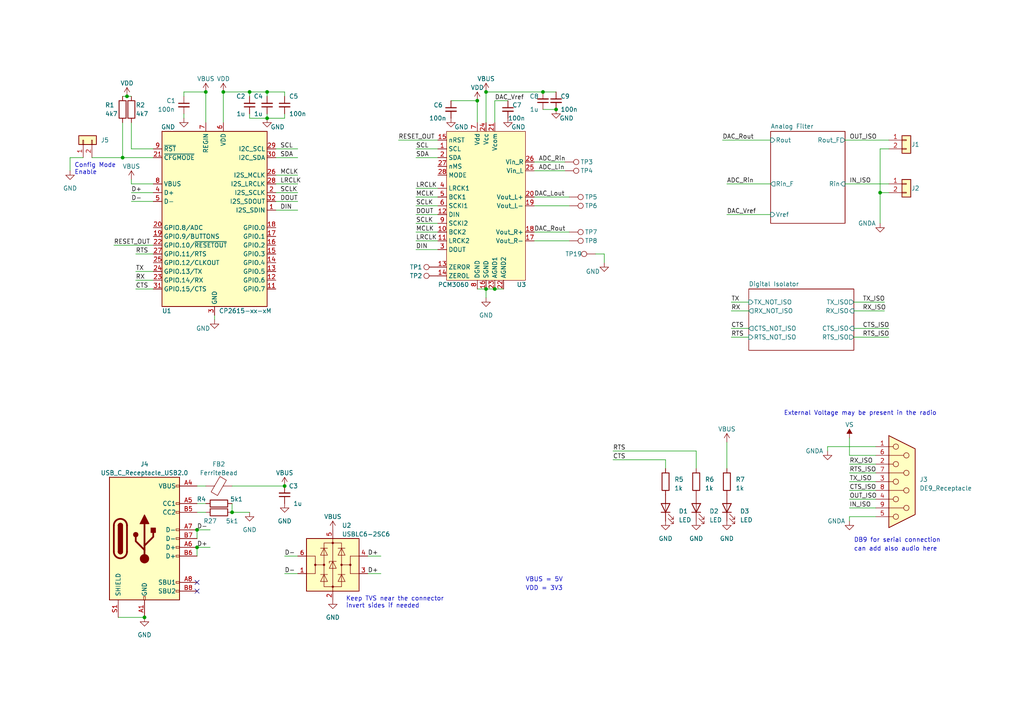
<source format=kicad_sch>
(kicad_sch (version 20230121) (generator eeschema)
  (paper "A4")
  (title_block (title "CAT_Interface") (date "2023-05-28") (rev "00") (company "ZX_Group") (comment 1 "made with <3 and KiCAD"))
  (lib_symbols
    (symbol "Connector:DE9_Receptacle" (pin_names (offset 1.016) hide)
      (property "Reference" "J" (at 0 13.97 0))
      (property "Value" "DE9_Receptacle" (at 0 -14.605 0))
      (symbol "DE9_Receptacle_0_1"
        (circle (center -1.778 -10.16) (radius 0.762))
        (circle (center -1.778 -5.08) (radius 0.762))
        (circle (center -1.778 0) (radius 0.762))
        (circle (center -1.778 5.08) (radius 0.762))
        (circle (center -1.778 10.16) (radius 0.762))
        (polyline (pts (xy -3.81 -10.16) (xy -2.54 -10.16)))
        (polyline (pts (xy -3.81 -7.62) (xy 0.508 -7.62)))
        (polyline (pts (xy -3.81 -5.08) (xy -2.54 -5.08)))
        (polyline (pts (xy -3.81 -2.54) (xy 0.508 -2.54)))
        (polyline (pts (xy -3.81 0) (xy -2.54 0)))
        (polyline (pts (xy -3.81 2.54) (xy 0.508 2.54)))
        (polyline (pts (xy -3.81 5.08) (xy -2.54 5.08)))
        (polyline (pts (xy -3.81 7.62) (xy 0.508 7.62)))
        (polyline (pts (xy -3.81 10.16) (xy -2.54 10.16)))
        (polyline (pts (xy -3.81 13.335) (xy -3.81 -13.335) (xy 3.81 -9.525) (xy 3.81 9.525) (xy -3.81 13.335)) (stroke (width 0.254)) (fill (type background)))
        (circle (center 1.27 -7.62) (radius 0.762))
        (circle (center 1.27 -2.54) (radius 0.762))
        (circle (center 1.27 2.54) (radius 0.762))
        (circle (center 1.27 7.62) (radius 0.762))
      )
      (symbol "DE9_Receptacle_1_1"
        (pin passive line (at -7.62 10.16 0) (length 3.81) (name "1") (number "1"))
        (pin passive line (at -7.62 5.08 0) (length 3.81) (name "2") (number "2"))
        (pin passive line (at -7.62 0 0) (length 3.81) (name "3") (number "3"))
        (pin passive line (at -7.62 -5.08 0) (length 3.81) (name "4") (number "4"))
        (pin passive line (at -7.62 -10.16 0) (length 3.81) (name "5") (number "5"))
        (pin passive line (at -7.62 7.62 0) (length 3.81) (name "6") (number "6"))
        (pin passive line (at -7.62 2.54 0) (length 3.81) (name "7") (number "7"))
        (pin passive line (at -7.62 -2.54 0) (length 3.81) (name "8") (number "8"))
        (pin passive line (at -7.62 -7.62 0) (length 3.81) (name "9") (number "9"))
      )
    )
    (symbol "Connector:TestPoint" (pin_numbers hide) (pin_names (offset 0.762) hide)
      (property "Reference" "TP" (at 0 6.858 0))
      (property "Value" "TestPoint" (at 0 5.08 0))
      (symbol "TestPoint_0_1"
        (circle (center 0 3.302) (radius 0.762))
      )
      (symbol "TestPoint_1_1"
        (pin passive line (at 0 0 90) (length 2.54) (name "1") (number "1"))
      )
    )
    (symbol "Connector:USB_C_Receptacle_USB2.0" (pin_names (offset 1.016))
      (property "Reference" "J" (at -10.16 19.05 0))
      (property "Value" "USB_C_Receptacle_USB2.0" (at 19.05 19.05 0))
      (symbol "USB_C_Receptacle_USB2.0_0_0"
        (rectangle (start -0.254 -17.78) (end 0.254 -16.764))
        (rectangle (start 10.16 -14.986) (end 9.144 -15.494))
        (rectangle (start 10.16 -12.446) (end 9.144 -12.954))
        (rectangle (start 10.16 -4.826) (end 9.144 -5.334))
        (rectangle (start 10.16 -2.286) (end 9.144 -2.794))
        (rectangle (start 10.16 0.254) (end 9.144 -0.254))
        (rectangle (start 10.16 2.794) (end 9.144 2.286))
        (rectangle (start 10.16 7.874) (end 9.144 7.366))
        (rectangle (start 10.16 10.414) (end 9.144 9.906))
        (rectangle (start 10.16 15.494) (end 9.144 14.986))
      )
      (symbol "USB_C_Receptacle_USB2.0_0_1"
        (rectangle (start -10.16 17.78) (end 10.16 -17.78) (stroke (width 0.254)) (fill (type background)))
        (arc (start -8.89 -3.81) (mid -6.985 -5.7067) (end -5.08 -3.81) (stroke (width 0.508)))
        (arc (start -7.62 -3.81) (mid -6.985 -4.4423) (end -6.35 -3.81) (stroke (width 0.254)))
        (arc (start -7.62 -3.81) (mid -6.985 -4.4423) (end -6.35 -3.81) (stroke (width 0.254)) (fill (type outline)))
        (rectangle (start -7.62 -3.81) (end -6.35 3.81) (stroke (width 0.254)) (fill (type outline)))
        (arc (start -6.35 3.81) (mid -6.985 4.4423) (end -7.62 3.81) (stroke (width 0.254)))
        (arc (start -6.35 3.81) (mid -6.985 4.4423) (end -7.62 3.81) (stroke (width 0.254)) (fill (type outline)))
        (arc (start -5.08 3.81) (mid -6.985 5.7067) (end -8.89 3.81) (stroke (width 0.508)))
        (circle (center -2.54 1.143) (radius 0.635) (stroke (width 0.254)) (fill (type outline)))
        (circle (center 0 -5.842) (radius 1.27) (fill (type outline)))
        (polyline (pts (xy -8.89 -3.81) (xy -8.89 3.81)) (stroke (width 0.508)))
        (polyline (pts (xy -5.08 3.81) (xy -5.08 -3.81)) (stroke (width 0.508)))
        (polyline (pts (xy 0 -5.842) (xy 0 4.318)) (stroke (width 0.508)))
        (polyline (pts (xy 0 -3.302) (xy -2.54 -0.762) (xy -2.54 0.508)) (stroke (width 0.508)))
        (polyline (pts (xy 0 -2.032) (xy 2.54 0.508) (xy 2.54 1.778)) (stroke (width 0.508)))
        (polyline (pts (xy -1.27 4.318) (xy 0 6.858) (xy 1.27 4.318) (xy -1.27 4.318)) (stroke (width 0.254)) (fill (type outline)))
        (rectangle (start 1.905 1.778) (end 3.175 3.048) (stroke (width 0.254)) (fill (type outline)))
      )
      (symbol "USB_C_Receptacle_USB2.0_1_1"
        (pin passive line (at 0 -22.86 90) (length 5.08) (name "GND") (number "A1"))
        (pin passive line (at 0 -22.86 90) (length 5.08) hide (name "GND") (number "A12"))
        (pin passive line (at 15.24 15.24 180) (length 5.08) (name "VBUS") (number "A4"))
        (pin bidirectional line (at 15.24 10.16 180) (length 5.08) (name "CC1") (number "A5"))
        (pin bidirectional line (at 15.24 -2.54 180) (length 5.08) (name "D+") (number "A6"))
        (pin bidirectional line (at 15.24 2.54 180) (length 5.08) (name "D-") (number "A7"))
        (pin bidirectional line (at 15.24 -12.7 180) (length 5.08) (name "SBU1") (number "A8"))
        (pin passive line (at 15.24 15.24 180) (length 5.08) hide (name "VBUS") (number "A9"))
        (pin passive line (at 0 -22.86 90) (length 5.08) hide (name "GND") (number "B1"))
        (pin passive line (at 0 -22.86 90) (length 5.08) hide (name "GND") (number "B12"))
        (pin passive line (at 15.24 15.24 180) (length 5.08) hide (name "VBUS") (number "B4"))
        (pin bidirectional line (at 15.24 7.62 180) (length 5.08) (name "CC2") (number "B5"))
        (pin bidirectional line (at 15.24 -5.08 180) (length 5.08) (name "D+") (number "B6"))
        (pin bidirectional line (at 15.24 0 180) (length 5.08) (name "D-") (number "B7"))
        (pin bidirectional line (at 15.24 -15.24 180) (length 5.08) (name "SBU2") (number "B8"))
        (pin passive line (at 15.24 15.24 180) (length 5.08) hide (name "VBUS") (number "B9"))
        (pin passive line (at -7.62 -22.86 90) (length 5.08) (name "SHIELD") (number "S1"))
      )
    )
    (symbol "Connector_Generic:Conn_01x02" (pin_names (offset 1.016) hide)
      (property "Reference" "J" (at 0 2.54 0))
      (property "Value" "Conn_01x02" (at 0 -5.08 0))
      (symbol "Conn_01x02_1_1"
        (rectangle (start -1.27 -2.413) (end 0 -2.667) (stroke (width 0.1524)))
        (rectangle (start -1.27 0.127) (end 0 -0.127) (stroke (width 0.1524)))
        (rectangle (start -1.27 1.27) (end 1.27 -3.81) (stroke (width 0.254)) (fill (type background)))
        (pin passive line (at -5.08 0 0) (length 3.81) (name "Pin_1") (number "1"))
        (pin passive line (at -5.08 -2.54 0) (length 3.81) (name "Pin_2") (number "2"))
      )
    )
    (symbol "Device:C_Small" (pin_numbers hide) (pin_names (offset 0.254) hide)
      (property "Reference" "C" (at 0.254 1.778 0))
      (property "Value" "C_Small" (at 0.254 -2.032 0))
      (symbol "C_Small_0_1"
        (polyline (pts (xy -1.524 -0.508) (xy 1.524 -0.508)) (stroke (width 0.3302)))
        (polyline (pts (xy -1.524 0.508) (xy 1.524 0.508)) (stroke (width 0.3048)))
      )
      (symbol "C_Small_1_1"
        (pin passive line (at 0 2.54 270) (length 2.032) (name "~") (number "1"))
        (pin passive line (at 0 -2.54 90) (length 2.032) (name "~") (number "2"))
      )
    )
    (symbol "Device:FerriteBead" (pin_numbers hide) (pin_names (offset 0))
      (property "Reference" "FB" (at -3.81 0.635 90))
      (property "Value" "FerriteBead" (at 3.81 0 90))
      (symbol "FerriteBead_0_1"
        (polyline (pts (xy 0 -1.27) (xy 0 -1.2192)))
        (polyline (pts (xy 0 1.27) (xy 0 1.2954)))
        (polyline (pts (xy -2.7686 0.4064) (xy -1.7018 2.2606) (xy 2.7686 -0.3048) (xy 1.6764 -2.159) (xy -2.7686 0.4064)))
      )
      (symbol "FerriteBead_1_1"
        (pin passive line (at 0 3.81 270) (length 2.54) (name "~") (number "1"))
        (pin passive line (at 0 -3.81 90) (length 2.54) (name "~") (number "2"))
      )
    )
    (symbol "Device:LED" (pin_numbers hide) (pin_names (offset 1.016) hide)
      (property "Reference" "D" (at 0 2.54 0))
      (property "Value" "LED" (at 0 -2.54 0))
      (symbol "LED_0_1"
        (polyline (pts (xy -1.27 -1.27) (xy -1.27 1.27)) (stroke (width 0.254)))
        (polyline (pts (xy -1.27 0) (xy 1.27 0)))
        (polyline (pts (xy 1.27 -1.27) (xy 1.27 1.27) (xy -1.27 0) (xy 1.27 -1.27)) (stroke (width 0.254)))
        (polyline (pts (xy -3.048 -0.762) (xy -4.572 -2.286) (xy -3.81 -2.286) (xy -4.572 -2.286) (xy -4.572 -1.524)))
        (polyline (pts (xy -1.778 -0.762) (xy -3.302 -2.286) (xy -2.54 -2.286) (xy -3.302 -2.286) (xy -3.302 -1.524)))
      )
      (symbol "LED_1_1"
        (pin passive line (at -3.81 0 0) (length 2.54) (name "K") (number "1"))
        (pin passive line (at 3.81 0 180) (length 2.54) (name "A") (number "2"))
      )
    )
    (symbol "Device:R" (pin_numbers hide) (pin_names (offset 0))
      (property "Reference" "R" (at 2.032 0 90))
      (property "Value" "R" (at 0 0 90))
      (symbol "R_0_1"
        (rectangle (start -1.016 -2.54) (end 1.016 2.54) (stroke (width 0.254)))
      )
      (symbol "R_1_1"
        (pin passive line (at 0 3.81 270) (length 1.27) (name "~") (number "1"))
        (pin passive line (at 0 -3.81 90) (length 1.27) (name "~") (number "2"))
      )
    )
    (symbol "InterCat:PCM3060"
      (property "Reference" "U?" (at 10.16 -22.86 0))
      (property "Value" "PCM3060" (at -10.16 -22.86 0))
      (symbol "PCM3060_0_1"
        (rectangle (start -11.43 21.59) (end 11.43 -21.59) (fill (type background)))
      )
      (symbol "PCM3060_1_1"
        (pin input line (at -13.97 16.51 0) (length 2.54) (name "SCL") (number "1"))
        (pin bidirectional line (at -13.97 -7.62 0) (length 2.54) (name "BCK2") (number "10"))
        (pin bidirectional line (at -13.97 -10.16 0) (length 2.54) (name "LRCK2") (number "11"))
        (pin input line (at -13.97 -2.54 0) (length 2.54) (name "DIN") (number "12"))
        (pin output line (at -13.97 -17.78 0) (length 2.54) (name "ZEROR") (number "13"))
        (pin output line (at -13.97 -20.32 0) (length 2.54) (name "ZEROL") (number "14"))
        (pin input line (at -13.97 19.05 0) (length 2.54) (name "nRST") (number "15"))
        (pin power_in line (at 0 -24.13 90) (length 2.54) (name "SGND") (number "16"))
        (pin output line (at 13.97 -10.16 180) (length 2.54) (name "Vout_R-") (number "17"))
        (pin output line (at 13.97 -7.62 180) (length 2.54) (name "Vout_R+") (number "18"))
        (pin output line (at 13.97 0 180) (length 2.54) (name "Vout_L-") (number "19"))
        (pin bidirectional line (at -13.97 13.97 0) (length 2.54) (name "SDA") (number "2"))
        (pin output line (at 13.97 2.54 180) (length 2.54) (name "Vout_L+") (number "20"))
        (pin input line (at 2.54 24.13 270) (length 2.54) (name "Vcom") (number "21"))
        (pin input line (at 5.08 -24.13 90) (length 2.54) (name "AGND2") (number "22"))
        (pin input line (at 2.54 -24.13 90) (length 2.54) (name "AGND1") (number "23"))
        (pin power_in line (at 0 24.13 270) (length 2.54) (name "Vcc") (number "24"))
        (pin input line (at 13.97 10.16 180) (length 2.54) (name "Vin_L") (number "25"))
        (pin input line (at 13.97 12.7 180) (length 2.54) (name "Vin_R") (number "26"))
        (pin input line (at -13.97 11.43 0) (length 2.54) (name "nMS") (number "27"))
        (pin input line (at -13.97 8.89 0) (length 2.54) (name "MODE") (number "28"))
        (pin output line (at -13.97 -12.7 0) (length 2.54) (name "DOUT") (number "3"))
        (pin bidirectional line (at -13.97 5.08 0) (length 2.54) (name "LRCK1") (number "4"))
        (pin bidirectional line (at -13.97 2.54 0) (length 2.54) (name "BCK1") (number "5"))
        (pin input line (at -13.97 0 0) (length 2.54) (name "SCKI1") (number "6"))
        (pin power_in line (at -2.54 24.13 270) (length 2.54) (name "Vdd") (number "7"))
        (pin power_in line (at -2.54 -24.13 90) (length 2.54) (name "DGND") (number "8"))
        (pin input line (at -13.97 -5.08 0) (length 2.54) (name "SCKI2") (number "9"))
      )
    )
    (symbol "Interface_USB:CP2615-xx-xM"
      (property "Reference" "U" (at -15.24 27.94 0))
      (property "Value" "CP2615-xx-xM" (at 2.54 -27.94 0))
      (symbol "CP2615-xx-xM_0_0"
        (pin input line (at 17.78 2.54 180) (length 2.54) (name "I2S_SDIN") (number "1"))
        (pin no_connect line (at -15.24 15.24 0) (length 2.54) hide (name "NC") (number "10"))
        (pin bidirectional line (at 17.78 -20.32 180) (length 2.54) (name "GPIO.7") (number "11"))
        (pin bidirectional line (at 17.78 -17.78 180) (length 2.54) (name "GPIO.6") (number "12"))
        (pin output line (at 17.78 7.62 180) (length 2.54) (name "I2S_SCLK") (number "2"))
        (pin input line (at -17.78 17.78 0) (length 2.54) (name "~{CFGMODE}") (number "21"))
        (pin bidirectional line (at -17.78 -7.62 0) (length 2.54) (name "GPIO.10/~{RESETOUT}") (number "22"))
        (pin bidirectional line (at -17.78 -17.78 0) (length 2.54) (name "GPIO.14/RX") (number "23"))
        (pin bidirectional line (at -17.78 -15.24 0) (length 2.54) (name "GPIO.13/TX") (number "24"))
        (pin bidirectional line (at -17.78 -12.7 0) (length 2.54) (name "GPIO.12/CLKOUT") (number "25"))
        (pin output line (at 17.78 12.7 180) (length 2.54) (name "I2S_MCLK") (number "26"))
        (pin bidirectional line (at -17.78 -10.16 0) (length 2.54) (name "GPIO.11/RTS") (number "27"))
        (pin output line (at 17.78 10.16 180) (length 2.54) (name "I2S_LRCLK") (number "28"))
        (pin bidirectional line (at 17.78 20.32 180) (length 2.54) (name "I2C_SCL") (number "29"))
        (pin power_in line (at 0 -27.94 90) (length 2.54) (name "GND") (number "3"))
        (pin bidirectional line (at 17.78 17.78 180) (length 2.54) (name "I2C_SDA") (number "30"))
        (pin bidirectional line (at -17.78 -20.32 0) (length 2.54) (name "GPIO.15/CTS") (number "31"))
        (pin output line (at 17.78 5.08 180) (length 2.54) (name "I2S_SDOUT") (number "32"))
        (pin bidirectional line (at -17.78 7.62 0) (length 2.54) (name "D+") (number "4"))
        (pin bidirectional line (at -17.78 5.08 0) (length 2.54) (name "D-") (number "5"))
        (pin power_in line (at 2.54 27.94 270) (length 2.54) (name "VDD") (number "6"))
        (pin power_in line (at -2.54 27.94 270) (length 2.54) (name "REGIN") (number "7"))
        (pin input line (at -17.78 10.16 0) (length 2.54) (name "VBUS") (number "8"))
        (pin bidirectional line (at -17.78 20.32 0) (length 2.54) (name "~{RST}") (number "9"))
      )
      (symbol "CP2615-xx-xM_0_1"
        (rectangle (start -15.24 -25.4) (end 15.24 25.4) (stroke (width 0.254)) (fill (type background)))
      )
      (symbol "CP2615-xx-xM_1_1"
        (pin bidirectional line (at 17.78 -15.24 180) (length 2.54) (name "GPIO.5") (number "13"))
        (pin bidirectional line (at 17.78 -12.7 180) (length 2.54) (name "GPIO.4") (number "14"))
        (pin bidirectional line (at 17.78 -10.16 180) (length 2.54) (name "GPIO.3") (number "15"))
        (pin bidirectional line (at 17.78 -7.62 180) (length 2.54) (name "GPIO.2") (number "16"))
        (pin bidirectional line (at 17.78 -5.08 180) (length 2.54) (name "GPIO.1") (number "17"))
        (pin bidirectional line (at 17.78 -2.54 180) (length 2.54) (name "GPIO.0") (number "18"))
        (pin bidirectional line (at -17.78 -5.08 0) (length 2.54) (name "GPIO.9/BUTTONS") (number "19"))
        (pin bidirectional line (at -17.78 -2.54 0) (length 2.54) (name "GPIO.8/ADC") (number "20"))
        (pin passive line (at 0 -27.94 90) (length 2.54) hide (name "GND") (number "33"))
      )
    )
    (symbol "Power_Protection:USBLC6-2SC6" (pin_names hide)
      (property "Reference" "U" (at 2.54 8.89 0))
      (property "Value" "USBLC6-2SC6" (at 2.54 -8.89 0))
      (symbol "USBLC6-2SC6_0_1"
        (rectangle (start -7.62 -7.62) (end 7.62 7.62) (stroke (width 0.254)) (fill (type background)))
        (circle (center -5.08 0) (radius 0.254) (fill (type outline)))
        (circle (center -2.54 0) (radius 0.254) (fill (type outline)))
        (rectangle (start -2.54 6.35) (end 2.54 -6.35))
        (circle (center 0 -6.35) (radius 0.254) (fill (type outline)))
        (polyline (pts (xy -5.08 -2.54) (xy -7.62 -2.54)))
        (polyline (pts (xy -5.08 0) (xy -5.08 -2.54)))
        (polyline (pts (xy -5.08 2.54) (xy -7.62 2.54)))
        (polyline (pts (xy -1.524 -2.794) (xy -3.556 -2.794)))
        (polyline (pts (xy -1.524 4.826) (xy -3.556 4.826)))
        (polyline (pts (xy 0 -7.62) (xy 0 -6.35)))
        (polyline (pts (xy 0 -6.35) (xy 0 1.27)))
        (polyline (pts (xy 0 1.27) (xy 0 6.35)))
        (polyline (pts (xy 0 6.35) (xy 0 7.62)))
        (polyline (pts (xy 1.524 -2.794) (xy 3.556 -2.794)))
        (polyline (pts (xy 1.524 4.826) (xy 3.556 4.826)))
        (polyline (pts (xy 5.08 -2.54) (xy 7.62 -2.54)))
        (polyline (pts (xy 5.08 0) (xy 5.08 -2.54)))
        (polyline (pts (xy 5.08 2.54) (xy 7.62 2.54)))
        (polyline (pts (xy -2.54 0) (xy -5.08 0) (xy -5.08 2.54)))
        (polyline (pts (xy 2.54 0) (xy 5.08 0) (xy 5.08 2.54)))
        (polyline (pts (xy -3.556 -4.826) (xy -1.524 -4.826) (xy -2.54 -2.794) (xy -3.556 -4.826)))
        (polyline (pts (xy -3.556 2.794) (xy -1.524 2.794) (xy -2.54 4.826) (xy -3.556 2.794)))
        (polyline (pts (xy -1.016 -1.016) (xy 1.016 -1.016) (xy 0 1.016) (xy -1.016 -1.016)))
        (polyline (pts (xy 1.016 1.016) (xy 0.762 1.016) (xy -1.016 1.016) (xy -1.016 0.508)))
        (polyline (pts (xy 3.556 -4.826) (xy 1.524 -4.826) (xy 2.54 -2.794) (xy 3.556 -4.826)))
        (polyline (pts (xy 3.556 2.794) (xy 1.524 2.794) (xy 2.54 4.826) (xy 3.556 2.794)))
        (circle (center 0 6.35) (radius 0.254) (fill (type outline)))
        (circle (center 2.54 0) (radius 0.254) (fill (type outline)))
        (circle (center 5.08 0) (radius 0.254) (fill (type outline)))
      )
      (symbol "USBLC6-2SC6_1_1"
        (pin passive line (at -10.16 -2.54 0) (length 2.54) (name "I/O1") (number "1"))
        (pin passive line (at 0 -10.16 90) (length 2.54) (name "GND") (number "2"))
        (pin passive line (at 10.16 -2.54 180) (length 2.54) (name "I/O2") (number "3"))
        (pin passive line (at 10.16 2.54 180) (length 2.54) (name "I/O2") (number "4"))
        (pin passive line (at 0 10.16 270) (length 2.54) (name "VBUS") (number "5"))
        (pin passive line (at -10.16 2.54 0) (length 2.54) (name "I/O1") (number "6"))
      )
    )
    (symbol "power:GND" (power) (pin_names (offset 0))
      (property "Value" "GND" (at 0 -3.81 0))
      (symbol "GND_0_1"
        (polyline (pts (xy 0 0) (xy 0 -1.27) (xy 1.27 -1.27) (xy 0 -2.54) (xy -1.27 -1.27) (xy 0 -1.27)))
      )
      (symbol "GND_1_1"
        (pin power_in line (at 0 0 270) (length 0) hide (name "GND") (number "1"))
      )
    )
    (symbol "power:GNDA" (power) (pin_names (offset 0))
      (property "Value" "GNDA" (at 0 -3.81 0))
      (symbol "GNDA_0_1"
        (polyline (pts (xy 0 0) (xy 0 -1.27) (xy 1.27 -1.27) (xy 0 -2.54) (xy -1.27 -1.27) (xy 0 -1.27)))
      )
      (symbol "GNDA_1_1"
        (pin power_in line (at 0 0 270) (length 0) hide (name "GNDA") (number "1"))
      )
    )
    (symbol "power:VBUS" (power) (pin_names (offset 0))
      (property "Value" "VBUS" (at 0 3.81 0))
      (symbol "VBUS_0_1"
        (polyline (pts (xy -0.762 1.27) (xy 0 2.54)))
        (polyline (pts (xy 0 0) (xy 0 2.54)))
        (polyline (pts (xy 0 2.54) (xy 0.762 1.27)))
      )
      (symbol "VBUS_1_1"
        (pin power_in line (at 0 0 90) (length 0) hide (name "VBUS") (number "1"))
      )
    )
    (symbol "power:VDD" (power) (pin_names (offset 0))
      (property "Value" "VDD" (at 0 3.81 0))
      (symbol "VDD_0_1"
        (polyline (pts (xy -0.762 1.27) (xy 0 2.54)))
        (polyline (pts (xy 0 0) (xy 0 2.54)))
        (polyline (pts (xy 0 2.54) (xy 0.762 1.27)))
      )
      (symbol "VDD_1_1"
        (pin power_in line (at 0 0 90) (length 0) hide (name "VDD") (number "1"))
      )
    )
    (symbol "power:VS" (power) (pin_names (offset 0))
      (property "Value" "VS" (at 0 3.81 0))
      (symbol "VS_0_1"
        (polyline (pts (xy 0 0) (xy 0 2.54)))
        (polyline (pts (xy 0.762 1.27) (xy -0.762 1.27) (xy 0 2.54) (xy 0.762 1.27)) (fill (type outline)))
      )
      (symbol "VS_1_1"
        (pin power_in line (at 0 0 90) (length 0) hide (name "VS") (number "1"))
      )
    )
  )
  (junction (at 140.97 83.82))
  (junction (at 64.77 26.67))
  (junction (at 82.55 140.97))
  (junction (at 255.27 55.88))
  (junction (at 140.97 26.67))
  (junction (at 41.91 179.07))
  (junction (at 161.29 31.75))
  (junction (at 36.83 27.94))
  (junction (at 57.15 158.75))
  (junction (at 35.56 45.72))
  (junction (at 77.47 34.29))
  (junction (at 138.43 29.21))
  (junction (at 72.39 26.67))
  (junction (at 59.69 26.67))
  (junction (at 143.51 83.82))
  (junction (at 77.47 26.67))
  (junction (at 157.48 26.67))
  (junction (at 57.15 153.67))
  (junction (at 67.31 148.59))
  (no_connect (at 57.15 171.45))
  (no_connect (at 57.15 168.91))
  (wire (pts (xy 212.09 95.25) (xy 217.17 95.25)))
  (wire (pts (xy 57.15 153.67) (xy 57.15 156.21)))
  (wire (pts (xy 26.67 45.72) (xy 35.56 45.72)))
  (wire (pts (xy 64.77 26.67) (xy 64.77 35.56)))
  (wire (pts (xy 154.94 49.53) (xy 163.83 49.53)))
  (wire (pts (xy 209.55 40.64) (xy 223.52 40.64)))
  (wire (pts (xy 120.65 43.18) (xy 127 43.18)))
  (wire (pts (xy 245.11 53.34) (xy 257.81 53.34)))
  (wire (pts (xy 210.82 62.23) (xy 223.52 62.23)))
  (wire (pts (xy 247.65 95.25) (xy 257.81 95.25)))
  (wire (pts (xy 77.47 33.02) (xy 77.47 34.29)))
  (wire (pts (xy 39.37 73.66) (xy 44.45 73.66)))
  (wire (pts (xy 53.34 26.67) (xy 59.69 26.67)))
  (wire (pts (xy 120.65 72.39) (xy 127 72.39)))
  (wire (pts (xy 35.56 35.56) (xy 35.56 45.72)))
  (wire (pts (xy 57.15 146.05) (xy 59.69 146.05)))
  (wire (pts (xy 246.38 147.32) (xy 254 147.32)))
  (wire (pts (xy 210.82 53.34) (xy 223.52 53.34)))
  (wire (pts (xy 247.65 90.17) (xy 256.54 90.17)))
  (wire (pts (xy 257.81 43.18) (xy 255.27 43.18)))
  (wire (pts (xy 59.69 26.67) (xy 59.69 35.56)))
  (wire (pts (xy 246.38 139.7) (xy 254 139.7)))
  (wire (pts (xy 120.65 57.15) (xy 127 57.15)))
  (wire (pts (xy 212.09 87.63) (xy 217.17 87.63)))
  (wire (pts (xy 82.55 166.37) (xy 86.36 166.37)))
  (wire (pts (xy 80.01 60.96) (xy 86.36 60.96)))
  (wire (pts (xy 80.01 50.8) (xy 86.36 50.8)))
  (wire (pts (xy 157.48 31.75) (xy 161.29 31.75)))
  (wire (pts (xy 82.55 161.29) (xy 86.36 161.29)))
  (wire (pts (xy 246.38 137.16) (xy 254 137.16)))
  (wire (pts (xy 44.45 43.18) (xy 38.1 43.18)))
  (wire (pts (xy 38.1 52.07) (xy 38.1 53.34)))
  (wire (pts (xy 246.38 134.62) (xy 254 134.62)))
  (wire (pts (xy 201.93 135.89) (xy 201.93 130.81)))
  (wire (pts (xy 38.1 55.88) (xy 44.45 55.88)))
  (wire (pts (xy 57.15 148.59) (xy 59.69 148.59)))
  (wire (pts (xy 154.94 59.69) (xy 165.1 59.69)))
  (wire (pts (xy 39.37 83.82) (xy 44.45 83.82)))
  (wire (pts (xy 247.65 87.63) (xy 256.54 87.63)))
  (wire (pts (xy 212.09 97.79) (xy 217.17 97.79)))
  (wire (pts (xy 246.38 127) (xy 246.38 132.08)))
  (wire (pts (xy 72.39 26.67) (xy 72.39 27.94)))
  (wire (pts (xy 140.97 26.67) (xy 157.48 26.67)))
  (wire (pts (xy 57.15 140.97) (xy 59.69 140.97)))
  (wire (pts (xy 157.48 26.67) (xy 161.29 26.67)))
  (wire (pts (xy 254 149.86) (xy 246.38 149.86)))
  (wire (pts (xy 72.39 26.67) (xy 77.47 26.67)))
  (wire (pts (xy 120.65 67.31) (xy 127 67.31)))
  (wire (pts (xy 130.81 29.21) (xy 138.43 29.21)))
  (wire (pts (xy 67.31 148.59) (xy 67.31 146.05)))
  (wire (pts (xy 193.04 135.89) (xy 193.04 133.35)))
  (wire (pts (xy 245.11 40.64) (xy 257.81 40.64)))
  (wire (pts (xy 33.02 71.12) (xy 44.45 71.12)))
  (wire (pts (xy 80.01 58.42) (xy 86.36 58.42)))
  (wire (pts (xy 57.15 158.75) (xy 57.15 161.29)))
  (wire (pts (xy 44.45 45.72) (xy 35.56 45.72)))
  (wire (pts (xy 82.55 34.29) (xy 82.55 33.02)))
  (wire (pts (xy 80.01 45.72) (xy 86.36 45.72)))
  (wire (pts (xy 240.03 129.54) (xy 240.03 130.81)))
  (wire (pts (xy 64.77 26.67) (xy 72.39 26.67)))
  (wire (pts (xy 82.55 34.29) (xy 77.47 34.29)))
  (wire (pts (xy 120.65 64.77) (xy 127 64.77)))
  (wire (pts (xy 62.23 92.71) (xy 62.23 91.44)))
  (wire (pts (xy 246.38 149.86) (xy 246.38 151.13)))
  (wire (pts (xy 177.8 133.35) (xy 193.04 133.35)))
  (wire (pts (xy 138.43 83.82) (xy 140.97 83.82)))
  (wire (pts (xy 38.1 43.18) (xy 38.1 35.56)))
  (wire (pts (xy 57.15 158.75) (xy 60.96 158.75)))
  (wire (pts (xy 246.38 144.78) (xy 254 144.78)))
  (wire (pts (xy 77.47 26.67) (xy 82.55 26.67)))
  (wire (pts (xy 138.43 29.21) (xy 138.43 35.56)))
  (wire (pts (xy 143.51 35.56) (xy 143.51 29.21)))
  (wire (pts (xy 120.65 45.72) (xy 127 45.72)))
  (wire (pts (xy 154.94 46.99) (xy 163.83 46.99)))
  (wire (pts (xy 154.94 69.85) (xy 165.1 69.85)))
  (wire (pts (xy 80.01 43.18) (xy 86.36 43.18)))
  (wire (pts (xy 72.39 33.02) (xy 72.39 34.29)))
  (wire (pts (xy 143.51 29.21) (xy 147.32 29.21)))
  (wire (pts (xy 140.97 26.67) (xy 140.97 35.56)))
  (wire (pts (xy 106.68 166.37) (xy 110.49 166.37)))
  (wire (pts (xy 39.37 78.74) (xy 44.45 78.74)))
  (wire (pts (xy 34.29 179.07) (xy 41.91 179.07)))
  (wire (pts (xy 255.27 43.18) (xy 255.27 55.88)))
  (wire (pts (xy 177.8 130.81) (xy 201.93 130.81)))
  (wire (pts (xy 120.65 59.69) (xy 127 59.69)))
  (wire (pts (xy 44.45 53.34) (xy 38.1 53.34)))
  (wire (pts (xy 154.94 57.15) (xy 165.1 57.15)))
  (wire (pts (xy 67.31 140.97) (xy 82.55 140.97)))
  (wire (pts (xy 246.38 132.08) (xy 254 132.08)))
  (wire (pts (xy 36.83 27.94) (xy 38.1 27.94)))
  (wire (pts (xy 247.65 97.79) (xy 257.81 97.79)))
  (wire (pts (xy 255.27 55.88) (xy 255.27 64.77)))
  (wire (pts (xy 53.34 26.67) (xy 53.34 27.94)))
  (wire (pts (xy 57.15 153.67) (xy 60.96 153.67)))
  (wire (pts (xy 115.57 40.64) (xy 127 40.64)))
  (wire (pts (xy 255.27 55.88) (xy 257.81 55.88)))
  (wire (pts (xy 154.94 67.31) (xy 165.1 67.31)))
  (wire (pts (xy 172.72 73.66) (xy 175.26 73.66)))
  (wire (pts (xy 38.1 58.42) (xy 44.45 58.42)))
  (wire (pts (xy 120.65 62.23) (xy 127 62.23)))
  (wire (pts (xy 67.31 148.59) (xy 72.39 148.59)))
  (wire (pts (xy 20.32 45.72) (xy 20.32 49.53)))
  (wire (pts (xy 120.65 69.85) (xy 127 69.85)))
  (wire (pts (xy 212.09 90.17) (xy 217.17 90.17)))
  (wire (pts (xy 143.51 83.82) (xy 146.05 83.82)))
  (wire (pts (xy 53.34 33.02) (xy 53.34 34.29)))
  (wire (pts (xy 39.37 81.28) (xy 44.45 81.28)))
  (wire (pts (xy 20.32 45.72) (xy 24.13 45.72)))
  (wire (pts (xy 140.97 83.82) (xy 140.97 86.36)))
  (wire (pts (xy 210.82 128.27) (xy 210.82 135.89)))
  (wire (pts (xy 77.47 34.29) (xy 72.39 34.29)))
  (wire (pts (xy 140.97 83.82) (xy 143.51 83.82)))
  (wire (pts (xy 77.47 27.94) (xy 77.47 26.67)))
  (wire (pts (xy 80.01 53.34) (xy 86.36 53.34)))
  (wire (pts (xy 120.65 54.61) (xy 127 54.61)))
  (wire (pts (xy 82.55 27.94) (xy 82.55 26.67)))
  (wire (pts (xy 35.56 27.94) (xy 36.83 27.94)))
  (wire (pts (xy 240.03 129.54) (xy 254 129.54)))
  (wire (pts (xy 80.01 55.88) (xy 86.36 55.88)))
  (wire (pts (xy 175.26 73.66) (xy 175.26 76.2)))
  (wire (pts (xy 246.38 142.24) (xy 254 142.24)))
  (wire (pts (xy 106.68 161.29) (xy 110.49 161.29)))
  (text "can add also audio here" (at 247.65 160.02 0) (effects (font (size 1.27 1.27)) (justify left bottom)))
  (text "External Voltage may be present in the radio\n" (at 227.33 120.65 0) (effects (font (size 1.27 1.27)) (justify left bottom)))
  (text "VBUS = 5V" (at 152.4 168.91 0) (effects (font (size 1.27 1.27)) (justify left bottom)))
  (text "DB9 for serial connection\n" (at 247.65 157.48 0) (effects (font (size 1.27 1.27)) (justify left bottom)))
  (text "Config Mode\nEnable" (at 21.59 50.8 0) (effects (font (size 1.27 1.27)) (justify left bottom)))
  (text "Keep TVS near the connector\ninvert sides if needed" (at 100.33 176.53 0) (effects (font (size 1.27 1.27)) (justify left bottom)))
  (text "VDD = 3V3" (at 152.4 171.45 0) (effects (font (size 1.27 1.27)) (justify left bottom)))
  (label "RTS" (at 39.37 73.66 0))
  (label "TX" (at 39.37 78.74 0))
  (label "MCLK" (at 120.65 57.15 0))
  (label "SCL" (at 120.65 43.18 0))
  (label "RESET_OUT" (at 115.57 40.64 0))
  (label "CTS_ISO" (at 246.38 142.24 0))
  (label "SCL" (at 81.28 43.18 0))
  (label "CTS_ISO" (at 250.19 95.25 0))
  (label "OUT_ISO" (at 246.38 144.78 0))
  (label "TX_ISO" (at 250.19 87.63 0))
  (label "TX_ISO" (at 246.38 139.7 0))
  (label "IN_ISO" (at 246.38 147.32 0))
  (label "DAC_Vref" (at 210.82 62.23 0))
  (label "DAC_Lout" (at 154.94 57.15 0))
  (label "RTS_ISO" (at 250.19 97.79 0))
  (label "DAC_Rout" (at 209.55 40.64 0))
  (label "DOUT" (at 81.28 58.42 0))
  (label "RTS" (at 212.09 97.79 0))
  (label "MCLK" (at 81.28 50.8 0))
  (label "D+" (at 57.15 158.75 0))
  (label "ADC_Rin" (at 210.82 53.34 0))
  (label "D+" (at 38.1 55.88 0))
  (label "D+" (at 106.68 161.29 0))
  (label "DAC_Vref" (at 143.51 29.21 0))
  (label "DAC_Rout" (at 154.94 67.31 0))
  (label "LRCLK" (at 81.28 53.34 0))
  (label "CTS" (at 177.8 133.35 0))
  (label "DIN" (at 81.28 60.96 0))
  (label "D-" (at 82.55 166.37 0))
  (label "SCLK" (at 120.65 64.77 0))
  (label "RTS" (at 177.8 130.81 0))
  (label "ADC_Lin" (at 156.21 49.53 0))
  (label "RX_ISO" (at 250.19 90.17 0))
  (label "SCLK" (at 120.65 59.69 0))
  (label "RTS_ISO" (at 246.38 137.16 0))
  (label "CTS" (at 39.37 83.82 0))
  (label "ADC_Rin" (at 156.21 46.99 0))
  (label "LRCLK" (at 120.65 54.61 0))
  (label "RX" (at 212.09 90.17 0))
  (label "TX" (at 212.09 87.63 0))
  (label "D-" (at 57.15 153.67 0))
  (label "RX_ISO" (at 246.38 134.62 0))
  (label "SDA" (at 81.28 45.72 0))
  (label "DOUT" (at 120.65 62.23 0))
  (label "D+" (at 106.68 166.37 0))
  (label "D-" (at 38.1 58.42 0))
  (label "SCLK" (at 81.28 55.88 0))
  (label "LRCLK" (at 120.65 69.85 0))
  (label "RX" (at 39.37 81.28 0))
  (label "DIN" (at 120.65 72.39 0))
  (label "OUT_ISO" (at 246.38 40.64 0))
  (label "D-" (at 82.55 161.29 0))
  (label "IN_ISO" (at 246.38 53.34 0))
  (label "CTS" (at 212.09 95.25 0))
  (label "RESET_OUT" (at 33.02 71.12 0))
  (label "MCLK" (at 120.65 67.31 0))
  (label "SDA" (at 120.65 45.72 0))
  (symbol (lib_id "Connector:TestPoint") (at 163.83 46.99 270) (unit 1)
    (property "Reference" "TP3" (at 170.18 46.99 90))
    (property "Value" "TestPoint" (effects hide))
    (property "Footprint" "TestPoint:TestPoint_Pad_D1.5mm" (effects hide))
    (property "Note" "NO BOM" (effects hide))
  )
  (symbol (lib_id "Power_Protection:USBLC6-2SC6") (at 96.52 163.83 0) (unit 1)
    (property "Reference" "U2" (at 99.1617 152.4 0) (effects (justify left)))
    (property "Value" "USBLC6-2SC6" (at 99.1617 154.94 0) (effects (justify left)))
    (property "Footprint" "Package_TO_SOT_SMD:SOT-23-6" (effects hide))
    (property "Datasheet" "https://www.st.com/resource/en/datasheet/usblc6-2.pdf" (effects hide))
    (property "LCSC" "C5261088" (effects hide))
  )
  (symbol (lib_id "Device:R") (at 63.5 146.05 90) (unit 1)
    (property "Reference" "R4" (at 58.42 144.78 90))
    (property "Value" "5k1" (at 68.58 144.78 90))
    (property "Footprint" "Resistor_SMD:R_0603_1608Metric" (effects hide))
    (property "LCSC" "C23186" (effects hide))
  )
  (symbol (lib_id "power:GND") (at 130.81 34.29 0) (unit 1)
    (property "Reference" "#PWR0107" (effects hide))
    (property "Value" "GND" (at 135.89 36.83 0) (effects (justify right)))
  )
  (symbol (lib_id "Device:R") (at 38.1 31.75 180) (unit 1)
    (property "Reference" "R2" (at 39.37 30.48 0) (effects (justify right)))
    (property "Value" "4k7" (at 39.37 33.02 0) (effects (justify right)))
    (property "Footprint" "Resistor_SMD:R_0603_1608Metric" (effects hide))
    (property "LCSC" "C23162" (effects hide))
  )
  (symbol (lib_id "Device:R") (at 193.04 139.7 0) (unit 1)
    (property "Reference" "R5" (at 195.58 139.065 0) (effects (justify left)))
    (property "Value" "1k" (at 195.58 141.605 0) (effects (justify left)))
    (property "Footprint" "Resistor_SMD:R_0603_1608Metric" (effects hide))
    (property "LCSC" "C21190" (effects hide))
  )
  (symbol (lib_id "Device:R") (at 63.5 148.59 90) (unit 1)
    (property "Reference" "R27" (at 60.96 151.13 90))
    (property "Value" "5k1" (at 67.31 151.13 90))
    (property "Footprint" "Resistor_SMD:R_0603_1608Metric" (effects hide))
    (property "LCSC" "C23186" (effects hide))
  )
  (symbol (lib_id "power:GND") (at 82.55 146.05 0) (unit 1)
    (property "Reference" "#PWR0101" (effects hide))
    (property "Value" "GND" (at 82.55 151.13 0))
  )
  (symbol (lib_id "Device:C_Small") (at 53.34 30.48 0) (unit 1)
    (property "Reference" "C1" (at 48.26 29.21 0) (effects (justify left)))
    (property "Value" "100n" (at 45.72 31.75 0) (effects (justify left)))
    (property "Footprint" "Capacitor_SMD:C_0603_1608Metric" (effects hide))
    (property "LCSC" "C14663" (effects hide))
    (property "Note" "X7R" (effects hide))
  )
  (symbol (lib_id "power:GND") (at 175.26 76.2 0) (unit 1)
    (property "Reference" "#PWR05" (effects hide))
    (property "Value" "GND" (at 173.99 78.74 0) (effects (justify right)))
  )
  (symbol (lib_id "power:GND") (at 193.04 151.13 0) (unit 1)
    (property "Reference" "#PWR0115" (effects hide))
    (property "Value" "GND" (at 193.04 156.21 0))
  )
  (symbol (lib_id "power:GND") (at 62.23 92.71 0) (unit 1)
    (property "Reference" "#PWR0109" (effects hide))
    (property "Value" "GND" (at 60.96 95.25 0) (effects (justify right)))
  )
  (symbol (lib_id "power:VBUS") (at 82.55 140.97 0) (unit 1)
    (property "Reference" "#PWR010" (effects hide))
    (property "Value" "VBUS" (at 82.55 137.16 0))
  )
  (symbol (lib_id "Connector:TestPoint") (at 165.1 59.69 270) (unit 1)
    (property "Reference" "TP6" (at 171.45 59.69 90))
    (property "Value" "TestPoint" (effects hide))
    (property "Footprint" "TestPoint:TestPoint_Pad_D1.5mm" (effects hide))
    (property "Note" "NO BOM" (effects hide))
  )
  (symbol (lib_id "Device:LED") (at 201.93 147.32 90) (unit 1)
    (property "Reference" "D2" (at 205.74 148.2725 90) (effects (justify right)))
    (property "Value" "LED" (at 205.74 150.8125 90) (effects (justify right)))
    (property "Footprint" "LED_SMD:LED_0603_1608Metric" (effects hide))
    (property "LCSC" "C2286" (effects hide))
    (property "Note" "Red" (effects hide))
  )
  (symbol (lib_id "power:GND") (at 72.39 148.59 0) (unit 1)
    (property "Reference" "#PWR0108" (effects hide))
    (property "Value" "GND" (at 72.39 153.67 0))
  )
  (symbol (lib_id "Device:C_Small") (at 82.55 143.51 180) (unit 1)
    (property "Reference" "C3" (at 85.09 140.97 0))
    (property "Value" "1u" (at 86.36 146.05 0))
    (property "Footprint" "Capacitor_SMD:C_0805_2012Metric" (effects hide))
    (property "LCSC" "C28323" (effects hide))
    (property "Note" "X7R" (effects hide))
  )
  (symbol (lib_id "Connector_Generic:Conn_01x02") (at 24.13 40.64 90) (unit 1)
    (property "Reference" "J5" (at 29.21 40.64 90) (effects (justify right)))
    (property "Value" "Conn_01x02" (effects hide))
    (property "Footprint" "Connector_PinHeader_2.54mm:PinHeader_1x02_P2.54mm_Vertical" (effects hide))
  )
  (symbol (lib_id "power:GND") (at 96.52 173.99 0) (unit 1)
    (property "Reference" "#PWR0103" (effects hide))
    (property "Value" "GND" (at 96.52 179.07 0))
  )
  (symbol (lib_id "power:VBUS") (at 38.1 52.07 0) (unit 1)
    (property "Reference" "#PWR04" (effects hide))
    (property "Value" "VBUS" (at 38.1 48.26 0))
  )
  (symbol (lib_id "Device:C_Small") (at 72.39 30.48 180) (unit 1)
    (property "Reference" "C2" (at 69.85 27.94 0))
    (property "Value" "1u" (at 69.85 33.02 0))
    (property "Footprint" "Capacitor_SMD:C_0805_2012Metric" (effects hide))
    (property "LCSC" "C28323" (effects hide))
    (property "Note" "X7R" (effects hide))
  )
  (symbol (lib_id "Connector:TestPoint") (at 165.1 57.15 270) (unit 1)
    (property "Reference" "TP5" (at 171.45 57.15 90))
    (property "Value" "TestPoint" (effects hide))
    (property "Footprint" "TestPoint:TestPoint_Pad_D1.5mm" (effects hide))
    (property "Note" "NO BOM" (effects hide))
  )
  (symbol (lib_id "power:VBUS") (at 59.69 26.67 0) (unit 1)
    (property "Reference" "#PWR06" (effects hide))
    (property "Value" "VBUS" (at 59.69 22.86 0))
  )
  (symbol (lib_id "Device:C_Small") (at 157.48 29.21 180) (unit 1)
    (property "Reference" "C8" (at 154.94 27.94 0))
    (property "Value" "1u" (at 154.94 31.75 0))
    (property "Footprint" "Capacitor_SMD:C_0805_2012Metric" (effects hide))
    (property "LCSC" "C28323" (effects hide))
    (property "Note" "X7R" (effects hide))
  )
  (symbol (lib_id "Connector_Generic:Conn_01x02") (at 262.89 53.34 0) (unit 1)
    (property "Reference" "J2" (at 266.7 54.61 0) (effects (justify right)))
    (property "Value" "Conn_01x02" (effects hide))
    (property "Footprint" "Connector_PinHeader_2.54mm:PinHeader_1x02_P2.54mm_Vertical" (effects hide))
  )
  (symbol (lib_id "Connector:TestPoint") (at 172.72 73.66 90) (unit 1)
    (property "Reference" "TP19" (at 166.37 73.66 90))
    (property "Value" "TestPoint" (effects hide))
    (property "Footprint" "TestPoint:TestPoint_Pad_D1.5mm" (effects hide))
    (property "Note" "NO BOM" (effects hide))
  )
  (symbol (lib_id "power:GNDA") (at 240.03 130.81 0) (unit 1)
    (property "Reference" "#PWR026" (effects hide))
    (property "Value" "AGND" (at 236.22 130.81 0))
  )
  (symbol (lib_id "Connector:USB_C_Receptacle_USB2.0") (at 41.91 156.21 0) (unit 1)
    (property "Reference" "J4" (at 41.91 134.62 0))
    (property "Value" "USB_C_Receptacle_USB2.0" (at 41.91 137.16 0))
    (property "Footprint" "Connector_USB:USB_C_Receptacle_GCT_USB4105-xx-A_16P_TopMnt_Horizontal" (effects hide))
    (property "Datasheet" "https://www.usb.org/sites/default/files/documents/usb_type-c.zip" (effects hide))
    (property "LCSC" "C2927038" (effects hide))
  )
  (symbol (lib_id "Device:C_Small") (at 130.81 31.75 0) (unit 1)
    (property "Reference" "C6" (at 125.73 30.48 0) (effects (justify left)))
    (property "Value" "100n" (at 124.46 34.29 0) (effects (justify left)))
    (property "Footprint" "Capacitor_SMD:C_0603_1608Metric" (effects hide))
    (property "LCSC" "C14663" (effects hide))
    (property "Note" "X7R" (effects hide))
  )
  (symbol (lib_id "power:VBUS") (at 96.52 153.67 0) (unit 1)
    (property "Reference" "#PWR013" (effects hide))
    (property "Value" "VBUS" (at 96.52 149.86 0))
  )
  (symbol (lib_id "Device:R") (at 210.82 139.7 0) (unit 1)
    (property "Reference" "R7" (at 213.36 139.065 0) (effects (justify left)))
    (property "Value" "1k" (at 213.36 141.605 0) (effects (justify left)))
    (property "Footprint" "Resistor_SMD:R_0603_1608Metric" (effects hide))
    (property "LCSC" "C21190" (effects hide))
  )
  (symbol (lib_id "Interface_USB:CP2615-xx-xM") (at 62.23 63.5 0) (unit 1)
    (property "Reference" "U1" (at 46.99 90.17 0) (effects (justify left)))
    (property "Value" "CP2615-xx-xM" (at 63.5 90.17 0) (effects (justify left)))
    (property "Footprint" "Package_DFN_QFN:QFN-32-1EP_5x5mm_P0.5mm_EP3.3x3.3mm" (effects hide))
    (property "Datasheet" "https://www.silabs.com/documents/public/data-sheets/cp2615-datasheet.pdf" (effects hide))
    (property "LCSC" "C1521596" (effects hide))
  )
  (symbol (lib_id "power:GND") (at 140.97 86.36 0) (unit 1)
    (property "Reference" "#PWR0102" (effects hide))
    (property "Value" "GND" (at 140.97 91.44 0))
  )
  (symbol (lib_id "power:GND") (at 53.34 34.29 0) (unit 1)
    (property "Reference" "#PWR0104" (effects hide))
    (property "Value" "GND" (at 50.8 36.83 0) (effects (justify right)))
  )
  (symbol (lib_id "power:GND") (at 147.32 34.29 0) (unit 1)
    (property "Reference" "#PWR0111" (effects hide))
    (property "Value" "GND" (at 152.4 36.83 0) (effects (justify right)))
  )
  (symbol (lib_id "power:VDD") (at 36.83 27.94 0) (unit 1)
    (property "Reference" "#PWR03" (effects hide))
    (property "Value" "VDD" (at 36.83 24.13 0))
  )
  (symbol (lib_id "power:VBUS") (at 140.97 26.67 0) (unit 1)
    (property "Reference" "#PWR017" (effects hide))
    (property "Value" "VBUS" (at 140.97 22.86 0))
  )
  (symbol (lib_id "power:GND") (at 77.47 34.29 0) (unit 1)
    (property "Reference" "#PWR0106" (effects hide))
    (property "Value" "GND" (at 82.55 36.83 0) (effects (justify right)))
  )
  (symbol (lib_id "Device:C_Small") (at 77.47 30.48 180) (unit 1)
    (property "Reference" "C4" (at 74.93 27.94 0))
    (property "Value" "1u" (at 74.93 33.02 0))
    (property "Footprint" "Capacitor_SMD:C_0805_2012Metric" (effects hide))
    (property "LCSC" "C28323" (effects hide))
    (property "Note" "X7R" (effects hide))
  )
  (symbol (lib_id "Connector:TestPoint") (at 163.83 49.53 270) (unit 1)
    (property "Reference" "TP4" (at 170.18 49.53 90))
    (property "Value" "TestPoint" (effects hide))
    (property "Footprint" "TestPoint:TestPoint_Pad_D1.5mm" (effects hide))
    (property "Note" "NO BOM" (effects hide))
  )
  (symbol (lib_id "power:GND") (at 20.32 49.53 0) (unit 1)
    (property "Reference" "#PWR0105" (effects hide))
    (property "Value" "GND" (at 20.32 54.61 0))
  )
  (symbol (lib_id "Connector:TestPoint") (at 165.1 67.31 270) (unit 1)
    (property "Reference" "TP7" (at 171.45 67.31 90))
    (property "Value" "TestPoint" (effects hide))
    (property "Footprint" "TestPoint:TestPoint_Pad_D1.5mm" (effects hide))
    (property "Note" "NO BOM" (effects hide))
  )
  (symbol (lib_id "power:VDD") (at 138.43 29.21 0) (unit 1)
    (property "Reference" "#PWR016" (effects hide))
    (property "Value" "VDD" (at 138.43 25.4 0))
  )
  (symbol (lib_id "Connector:TestPoint") (at 165.1 69.85 270) (unit 1)
    (property "Reference" "TP8" (at 171.45 69.85 90))
    (property "Value" "TestPoint" (effects hide))
    (property "Footprint" "TestPoint:TestPoint_Pad_D1.5mm" (effects hide))
    (property "Note" "NO BOM" (effects hide))
  )
  (symbol (lib_id "Connector:DE9_Receptacle") (at 261.62 139.7 0) (unit 1)
    (property "Reference" "J3" (at 266.7 139.065 0) (effects (justify left)))
    (property "Value" "DE9_Receptacle" (at 266.7 141.605 0) (effects (justify left)))
    (property "Footprint" "Connector_Dsub:DSUB-9_Female_Horizontal_P2.77x2.84mm_EdgePinOffset4.94mm_Housed_MountingHolesOffset7.48mm" (effects hide))
    (property "Datasheet" " ~" (effects hide))
  )
  (symbol (lib_id "InterCat:PCM3060") (at 140.97 59.69 0) (unit 1)
    (property "Reference" "U3" (at 149.86 82.55 0) (effects (justify left)))
    (property "Value" "PCM3060" (at 127 82.55 0) (effects (justify left)))
    (property "Footprint" "Package_SO:TSSOP-28_4.4x9.7mm_P0.65mm" (effects hide))
    (property "Datasheet" "https://www.ti.com/lit/gpn/pcm3060" (effects hide))
    (property "LCSC" "C524236" (effects hide))
  )
  (symbol (lib_id "power:VDD") (at 64.77 26.67 0) (unit 1)
    (property "Reference" "#PWR09" (effects hide))
    (property "Value" "VDD" (at 64.77 22.86 0))
  )
  (symbol (lib_id "power:VS") (at 246.38 127 0) (unit 1)
    (property "Reference" "#PWR025" (effects hide))
    (property "Value" "VS" (at 246.38 123.19 0))
  )
  (symbol (lib_id "Device:R") (at 201.93 139.7 0) (unit 1)
    (property "Reference" "R6" (at 204.47 139.065 0) (effects (justify left)))
    (property "Value" "1k" (at 204.47 141.605 0) (effects (justify left)))
    (property "Footprint" "Resistor_SMD:R_0603_1608Metric" (effects hide))
    (property "LCSC" "C21190" (effects hide))
  )
  (symbol (lib_id "Device:LED") (at 210.82 147.32 90) (unit 1)
    (property "Reference" "D3" (at 214.63 148.2725 90) (effects (justify right)))
    (property "Value" "LED" (at 214.63 150.8125 90) (effects (justify right)))
    (property "Footprint" "LED_SMD:LED_0603_1608Metric" (effects hide))
    (property "LCSC" "C2286" (effects hide))
    (property "Note" "Red" (effects hide))
  )
  (symbol (lib_id "Device:R") (at 35.56 31.75 180) (unit 1)
    (property "Reference" "R1" (at 30.48 30.48 0) (effects (justify right)))
    (property "Value" "4k7" (at 30.48 33.02 0) (effects (justify right)))
    (property "Footprint" "Resistor_SMD:R_0603_1608Metric" (effects hide))
    (property "LCSC" "C23162" (effects hide))
  )
  (symbol (lib_id "power:GNDA") (at 255.27 64.77 0) (unit 1)
    (property "Reference" "#PWR01" (effects hide))
    (property "Value" "AGND" (at 251.46 64.77 0))
  )
  (symbol (lib_id "power:VBUS") (at 210.82 128.27 0) (unit 1)
    (property "Reference" "#PWR02" (effects hide))
    (property "Value" "VBUS" (at 210.82 124.46 0))
  )
  (symbol (lib_id "power:GND") (at 161.29 31.75 0) (unit 1)
    (property "Reference" "#PWR0112" (effects hide))
    (property "Value" "GND" (at 166.37 34.29 0) (effects (justify right)))
  )
  (symbol (lib_id "Device:FerriteBead") (at 63.5 140.97 90) (unit 1)
    (property "Reference" "FB2" (at 63.4492 134.62 90))
    (property "Value" "FerriteBead" (at 63.4492 137.16 90))
    (property "Footprint" "Resistor_SMD:R_0603_1608Metric" (effects hide))
    (property "LCSC" "C1002" (effects hide))
    (property "Note" "600R@100MHz" (effects hide))
  )
  (symbol (lib_id "power:GNDA") (at 246.38 151.13 0) (unit 1)
    (property "Reference" "#PWR024" (effects hide))
    (property "Value" "AGND" (at 242.57 151.13 0))
  )
  (symbol (lib_id "Connector:TestPoint") (at 127 77.47 90) (unit 1)
    (property "Reference" "TP1" (at 120.65 77.47 90))
    (property "Value" "TestPoint" (effects hide))
    (property "Footprint" "TestPoint:TestPoint_Pad_D1.5mm" (effects hide))
    (property "Note" "NO BOM" (effects hide))
  )
  (symbol (lib_id "Device:C_Small") (at 161.29 29.21 0) (unit 1)
    (property "Reference" "C9" (at 162.56 27.94 0) (effects (justify left)))
    (property "Value" "100n" (at 162.56 31.75 0) (effects (justify left)))
    (property "Footprint" "Capacitor_SMD:C_0603_1608Metric" (effects hide))
    (property "LCSC" "C14663" (effects hide))
    (property "Note" "X7R" (effects hide))
  )
  (symbol (lib_id "Device:LED") (at 193.04 147.32 90) (unit 1)
    (property "Reference" "D1" (at 196.85 148.2725 90) (effects (justify right)))
    (property "Value" "LED" (at 196.85 150.8125 90) (effects (justify right)))
    (property "Footprint" "LED_SMD:LED_0603_1608Metric" (effects hide))
    (property "LCSC" "C2286" (effects hide))
    (property "Note" "Red" (effects hide))
  )
  (symbol (lib_id "Device:C_Small") (at 82.55 30.48 0) (unit 1)
    (property "Reference" "C5" (at 83.82 27.94 0) (effects (justify left)))
    (property "Value" "100n" (at 83.82 33.02 0) (effects (justify left)))
    (property "Footprint" "Capacitor_SMD:C_0603_1608Metric" (effects hide))
    (property "LCSC" "C14663" (effects hide))
    (property "Note" "X7R" (effects hide))
  )
  (symbol (lib_id "power:GND") (at 201.93 151.13 0) (unit 1)
    (property "Reference" "#PWR0114" (effects hide))
    (property "Value" "GND" (at 201.93 156.21 0))
  )
  (symbol (lib_id "power:GND") (at 210.82 151.13 0) (unit 1)
    (property "Reference" "#PWR0113" (effects hide))
    (property "Value" "GND" (at 210.82 156.21 0))
  )
  (symbol (lib_id "power:GND") (at 41.91 179.07 0) (unit 1)
    (property "Reference" "#PWR0110" (effects hide))
    (property "Value" "GND" (at 41.91 184.15 0))
  )
  (symbol (lib_id "Device:C_Small") (at 147.32 31.75 0) (unit 1)
    (property "Reference" "C7" (at 148.59 30.48 0) (effects (justify left)))
    (property "Value" "100n" (at 147.32 34.29 0) (effects (justify left)))
    (property "Footprint" "Capacitor_SMD:C_0603_1608Metric" (effects hide))
    (property "LCSC" "C14663" (effects hide))
    (property "Note" "X7R" (effects hide))
  )
  (symbol (lib_id "Connector_Generic:Conn_01x02") (at 262.89 40.64 0) (unit 1)
    (property "Reference" "J1" (at 266.7 41.91 0) (effects (justify right)))
    (property "Value" "Conn_01x02" (effects hide))
    (property "Footprint" "Connector_PinHeader_2.54mm:PinHeader_1x02_P2.54mm_Vertical" (effects hide))
  )
  (symbol (lib_id "Connector:TestPoint") (at 127 80.01 90) (unit 1)
    (property "Reference" "TP2" (at 120.65 80.01 90))
    (property "Value" "TestPoint" (effects hide))
    (property "Footprint" "TestPoint:TestPoint_Pad_D1.5mm" (effects hide))
    (property "Note" "NO BOM" (effects hide))
  )
  (sheet (at 223.52 38.1) (size 21.59 26.67) (stroke (width 0.1524))
    (property "Sheetname" "Analog Filter" (at 223.52 37.3884 0) (effects (justify left bottom)))
    (property "Sheetfile" "InterCAT_AnalogFilter.kicad_sch" (effects hide))
    (pin "Vref" input (at 223.52 62.23 180))
    (pin "Rin_F" output (at 223.52 53.34 180))
    (pin "Rin" input (at 245.11 53.34 0))
    (pin "Rout" input (at 223.52 40.64 180))
    (pin "Rout_F" output (at 245.11 40.64 0))
  )
  (sheet (at 217.17 83.82) (size 30.48 17.78) (stroke (width 0.1524))
    (property "Sheetname" "Digital Isolator" (at 217.17 83.1084 0) (effects (justify left bottom)))
    (property "Sheetfile" "InterCAT_Digital_Isolator.kicad_sch" (effects hide))
    (pin "TX_NOT_ISO" input (at 217.17 87.63 180))
    (pin "RX_NOT_ISO" output (at 217.17 90.17 180))
    (pin "TX_ISO" output (at 247.65 87.63 0))
    (pin "RX_ISO" input (at 247.65 90.17 0))
    (pin "CTS_NOT_ISO" output (at 217.17 95.25 180))
    (pin "CTS_ISO" input (at 247.65 95.25 0))
    (pin "RTS_ISO" output (at 247.65 97.79 0))
    (pin "RTS_NOT_ISO" input (at 217.17 97.79 180))
  )
)
</source>
